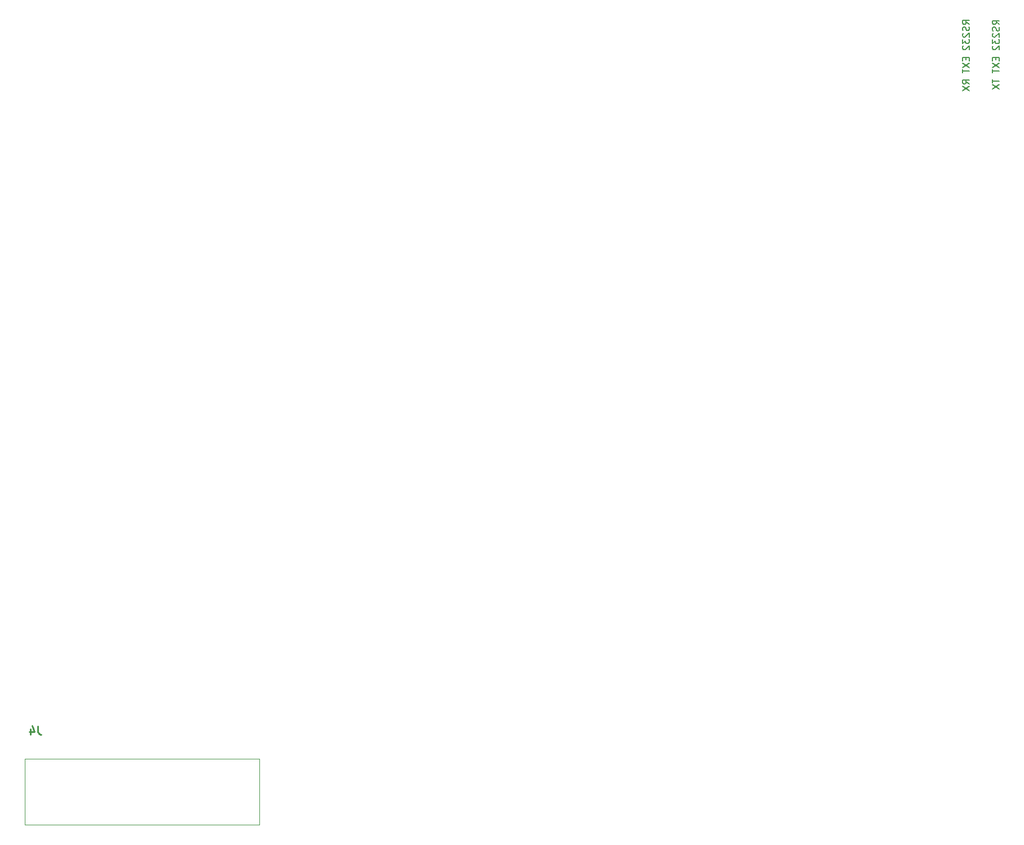
<source format=gbr>
G04 #@! TF.GenerationSoftware,KiCad,Pcbnew,8.0.3*
G04 #@! TF.CreationDate,2024-08-06T18:59:45+01:00*
G04 #@! TF.ProjectId,Tesla Small Drive,5465736c-6120-4536-9d61-6c6c20447269,rev?*
G04 #@! TF.SameCoordinates,Original*
G04 #@! TF.FileFunction,AssemblyDrawing,Bot*
%FSLAX46Y46*%
G04 Gerber Fmt 4.6, Leading zero omitted, Abs format (unit mm)*
G04 Created by KiCad (PCBNEW 8.0.3) date 2024-08-06 18:59:45*
%MOMM*%
%LPD*%
G01*
G04 APERTURE LIST*
%ADD10C,0.150000*%
%ADD11C,0.254000*%
%ADD12C,0.100000*%
G04 APERTURE END LIST*
D10*
X205354819Y-64157142D02*
X204878628Y-63823809D01*
X205354819Y-63585714D02*
X204354819Y-63585714D01*
X204354819Y-63585714D02*
X204354819Y-63966666D01*
X204354819Y-63966666D02*
X204402438Y-64061904D01*
X204402438Y-64061904D02*
X204450057Y-64109523D01*
X204450057Y-64109523D02*
X204545295Y-64157142D01*
X204545295Y-64157142D02*
X204688152Y-64157142D01*
X204688152Y-64157142D02*
X204783390Y-64109523D01*
X204783390Y-64109523D02*
X204831009Y-64061904D01*
X204831009Y-64061904D02*
X204878628Y-63966666D01*
X204878628Y-63966666D02*
X204878628Y-63585714D01*
X205307200Y-64538095D02*
X205354819Y-64680952D01*
X205354819Y-64680952D02*
X205354819Y-64919047D01*
X205354819Y-64919047D02*
X205307200Y-65014285D01*
X205307200Y-65014285D02*
X205259580Y-65061904D01*
X205259580Y-65061904D02*
X205164342Y-65109523D01*
X205164342Y-65109523D02*
X205069104Y-65109523D01*
X205069104Y-65109523D02*
X204973866Y-65061904D01*
X204973866Y-65061904D02*
X204926247Y-65014285D01*
X204926247Y-65014285D02*
X204878628Y-64919047D01*
X204878628Y-64919047D02*
X204831009Y-64728571D01*
X204831009Y-64728571D02*
X204783390Y-64633333D01*
X204783390Y-64633333D02*
X204735771Y-64585714D01*
X204735771Y-64585714D02*
X204640533Y-64538095D01*
X204640533Y-64538095D02*
X204545295Y-64538095D01*
X204545295Y-64538095D02*
X204450057Y-64585714D01*
X204450057Y-64585714D02*
X204402438Y-64633333D01*
X204402438Y-64633333D02*
X204354819Y-64728571D01*
X204354819Y-64728571D02*
X204354819Y-64966666D01*
X204354819Y-64966666D02*
X204402438Y-65109523D01*
X204450057Y-65490476D02*
X204402438Y-65538095D01*
X204402438Y-65538095D02*
X204354819Y-65633333D01*
X204354819Y-65633333D02*
X204354819Y-65871428D01*
X204354819Y-65871428D02*
X204402438Y-65966666D01*
X204402438Y-65966666D02*
X204450057Y-66014285D01*
X204450057Y-66014285D02*
X204545295Y-66061904D01*
X204545295Y-66061904D02*
X204640533Y-66061904D01*
X204640533Y-66061904D02*
X204783390Y-66014285D01*
X204783390Y-66014285D02*
X205354819Y-65442857D01*
X205354819Y-65442857D02*
X205354819Y-66061904D01*
X204354819Y-66395238D02*
X204354819Y-67014285D01*
X204354819Y-67014285D02*
X204735771Y-66680952D01*
X204735771Y-66680952D02*
X204735771Y-66823809D01*
X204735771Y-66823809D02*
X204783390Y-66919047D01*
X204783390Y-66919047D02*
X204831009Y-66966666D01*
X204831009Y-66966666D02*
X204926247Y-67014285D01*
X204926247Y-67014285D02*
X205164342Y-67014285D01*
X205164342Y-67014285D02*
X205259580Y-66966666D01*
X205259580Y-66966666D02*
X205307200Y-66919047D01*
X205307200Y-66919047D02*
X205354819Y-66823809D01*
X205354819Y-66823809D02*
X205354819Y-66538095D01*
X205354819Y-66538095D02*
X205307200Y-66442857D01*
X205307200Y-66442857D02*
X205259580Y-66395238D01*
X204450057Y-67395238D02*
X204402438Y-67442857D01*
X204402438Y-67442857D02*
X204354819Y-67538095D01*
X204354819Y-67538095D02*
X204354819Y-67776190D01*
X204354819Y-67776190D02*
X204402438Y-67871428D01*
X204402438Y-67871428D02*
X204450057Y-67919047D01*
X204450057Y-67919047D02*
X204545295Y-67966666D01*
X204545295Y-67966666D02*
X204640533Y-67966666D01*
X204640533Y-67966666D02*
X204783390Y-67919047D01*
X204783390Y-67919047D02*
X205354819Y-67347619D01*
X205354819Y-67347619D02*
X205354819Y-67966666D01*
X204831009Y-69157143D02*
X204831009Y-69490476D01*
X205354819Y-69633333D02*
X205354819Y-69157143D01*
X205354819Y-69157143D02*
X204354819Y-69157143D01*
X204354819Y-69157143D02*
X204354819Y-69633333D01*
X204354819Y-69966667D02*
X205354819Y-70633333D01*
X204354819Y-70633333D02*
X205354819Y-69966667D01*
X204354819Y-70871429D02*
X204354819Y-71442857D01*
X205354819Y-71157143D02*
X204354819Y-71157143D01*
X205354819Y-73109524D02*
X204878628Y-72776191D01*
X205354819Y-72538096D02*
X204354819Y-72538096D01*
X204354819Y-72538096D02*
X204354819Y-72919048D01*
X204354819Y-72919048D02*
X204402438Y-73014286D01*
X204402438Y-73014286D02*
X204450057Y-73061905D01*
X204450057Y-73061905D02*
X204545295Y-73109524D01*
X204545295Y-73109524D02*
X204688152Y-73109524D01*
X204688152Y-73109524D02*
X204783390Y-73061905D01*
X204783390Y-73061905D02*
X204831009Y-73014286D01*
X204831009Y-73014286D02*
X204878628Y-72919048D01*
X204878628Y-72919048D02*
X204878628Y-72538096D01*
X204354819Y-73442858D02*
X205354819Y-74109524D01*
X204354819Y-74109524D02*
X205354819Y-73442858D01*
X209854819Y-64176189D02*
X209378628Y-63842856D01*
X209854819Y-63604761D02*
X208854819Y-63604761D01*
X208854819Y-63604761D02*
X208854819Y-63985713D01*
X208854819Y-63985713D02*
X208902438Y-64080951D01*
X208902438Y-64080951D02*
X208950057Y-64128570D01*
X208950057Y-64128570D02*
X209045295Y-64176189D01*
X209045295Y-64176189D02*
X209188152Y-64176189D01*
X209188152Y-64176189D02*
X209283390Y-64128570D01*
X209283390Y-64128570D02*
X209331009Y-64080951D01*
X209331009Y-64080951D02*
X209378628Y-63985713D01*
X209378628Y-63985713D02*
X209378628Y-63604761D01*
X209807200Y-64557142D02*
X209854819Y-64699999D01*
X209854819Y-64699999D02*
X209854819Y-64938094D01*
X209854819Y-64938094D02*
X209807200Y-65033332D01*
X209807200Y-65033332D02*
X209759580Y-65080951D01*
X209759580Y-65080951D02*
X209664342Y-65128570D01*
X209664342Y-65128570D02*
X209569104Y-65128570D01*
X209569104Y-65128570D02*
X209473866Y-65080951D01*
X209473866Y-65080951D02*
X209426247Y-65033332D01*
X209426247Y-65033332D02*
X209378628Y-64938094D01*
X209378628Y-64938094D02*
X209331009Y-64747618D01*
X209331009Y-64747618D02*
X209283390Y-64652380D01*
X209283390Y-64652380D02*
X209235771Y-64604761D01*
X209235771Y-64604761D02*
X209140533Y-64557142D01*
X209140533Y-64557142D02*
X209045295Y-64557142D01*
X209045295Y-64557142D02*
X208950057Y-64604761D01*
X208950057Y-64604761D02*
X208902438Y-64652380D01*
X208902438Y-64652380D02*
X208854819Y-64747618D01*
X208854819Y-64747618D02*
X208854819Y-64985713D01*
X208854819Y-64985713D02*
X208902438Y-65128570D01*
X208950057Y-65509523D02*
X208902438Y-65557142D01*
X208902438Y-65557142D02*
X208854819Y-65652380D01*
X208854819Y-65652380D02*
X208854819Y-65890475D01*
X208854819Y-65890475D02*
X208902438Y-65985713D01*
X208902438Y-65985713D02*
X208950057Y-66033332D01*
X208950057Y-66033332D02*
X209045295Y-66080951D01*
X209045295Y-66080951D02*
X209140533Y-66080951D01*
X209140533Y-66080951D02*
X209283390Y-66033332D01*
X209283390Y-66033332D02*
X209854819Y-65461904D01*
X209854819Y-65461904D02*
X209854819Y-66080951D01*
X208854819Y-66414285D02*
X208854819Y-67033332D01*
X208854819Y-67033332D02*
X209235771Y-66699999D01*
X209235771Y-66699999D02*
X209235771Y-66842856D01*
X209235771Y-66842856D02*
X209283390Y-66938094D01*
X209283390Y-66938094D02*
X209331009Y-66985713D01*
X209331009Y-66985713D02*
X209426247Y-67033332D01*
X209426247Y-67033332D02*
X209664342Y-67033332D01*
X209664342Y-67033332D02*
X209759580Y-66985713D01*
X209759580Y-66985713D02*
X209807200Y-66938094D01*
X209807200Y-66938094D02*
X209854819Y-66842856D01*
X209854819Y-66842856D02*
X209854819Y-66557142D01*
X209854819Y-66557142D02*
X209807200Y-66461904D01*
X209807200Y-66461904D02*
X209759580Y-66414285D01*
X208950057Y-67414285D02*
X208902438Y-67461904D01*
X208902438Y-67461904D02*
X208854819Y-67557142D01*
X208854819Y-67557142D02*
X208854819Y-67795237D01*
X208854819Y-67795237D02*
X208902438Y-67890475D01*
X208902438Y-67890475D02*
X208950057Y-67938094D01*
X208950057Y-67938094D02*
X209045295Y-67985713D01*
X209045295Y-67985713D02*
X209140533Y-67985713D01*
X209140533Y-67985713D02*
X209283390Y-67938094D01*
X209283390Y-67938094D02*
X209854819Y-67366666D01*
X209854819Y-67366666D02*
X209854819Y-67985713D01*
X209331009Y-69176190D02*
X209331009Y-69509523D01*
X209854819Y-69652380D02*
X209854819Y-69176190D01*
X209854819Y-69176190D02*
X208854819Y-69176190D01*
X208854819Y-69176190D02*
X208854819Y-69652380D01*
X208854819Y-69985714D02*
X209854819Y-70652380D01*
X208854819Y-70652380D02*
X209854819Y-69985714D01*
X208854819Y-70890476D02*
X208854819Y-71461904D01*
X209854819Y-71176190D02*
X208854819Y-71176190D01*
X208854819Y-72414286D02*
X208854819Y-72985714D01*
X209854819Y-72700000D02*
X208854819Y-72700000D01*
X208854819Y-73223810D02*
X209854819Y-73890476D01*
X208854819Y-73890476D02*
X209854819Y-73223810D01*
D11*
X65523332Y-169604318D02*
X65523332Y-170511461D01*
X65523332Y-170511461D02*
X65583809Y-170692889D01*
X65583809Y-170692889D02*
X65704761Y-170813842D01*
X65704761Y-170813842D02*
X65886190Y-170874318D01*
X65886190Y-170874318D02*
X66007142Y-170874318D01*
X64374285Y-170027651D02*
X64374285Y-170874318D01*
X64676666Y-169543842D02*
X64979047Y-170450984D01*
X64979047Y-170450984D02*
X64192856Y-170450984D01*
D12*
G04 #@! TO.C,J4*
X63525000Y-174575000D02*
X98775000Y-174575000D01*
X63525000Y-184425000D02*
X63525000Y-174575000D01*
X98775000Y-174575000D02*
X98775000Y-184425000D01*
X98775000Y-184425000D02*
X63525000Y-184425000D01*
G04 #@! TD*
M02*

</source>
